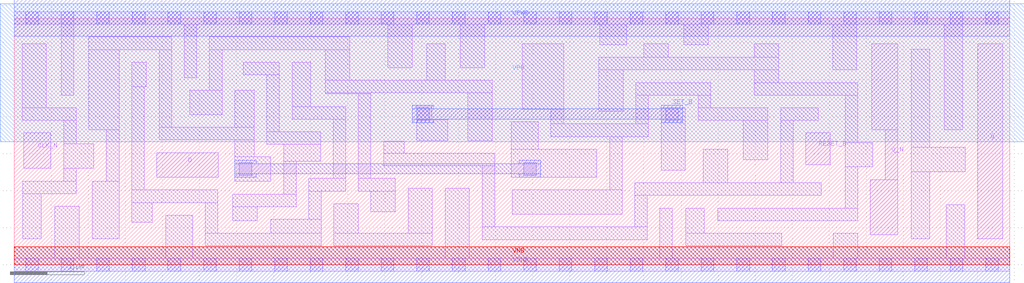
<source format=lef>
# Copyright 2020 The SkyWater PDK Authors
#
# Licensed under the Apache License, Version 2.0 (the "License");
# you may not use this file except in compliance with the License.
# You may obtain a copy of the License at
#
#     https://www.apache.org/licenses/LICENSE-2.0
#
# Unless required by applicable law or agreed to in writing, software
# distributed under the License is distributed on an "AS IS" BASIS,
# WITHOUT WARRANTIES OR CONDITIONS OF ANY KIND, either express or implied.
# See the License for the specific language governing permissions and
# limitations under the License.
#
# SPDX-License-Identifier: Apache-2.0

VERSION 5.7 ;
  NOWIREEXTENSIONATPIN ON ;
  DIVIDERCHAR "/" ;
  BUSBITCHARS "[]" ;
MACRO sky130_fd_sc_ms__dfbbn_1
  CLASS CORE ;
  FOREIGN sky130_fd_sc_ms__dfbbn_1 ;
  ORIGIN  0.000000  0.000000 ;
  SIZE  13.44000 BY  3.330000 ;
  SYMMETRY X Y ;
  SITE unit ;
  PIN D
    ANTENNAGATEAREA  0.138600 ;
    DIRECTION INPUT ;
    USE SIGNAL ;
    PORT
      LAYER li1 ;
        RECT 1.925000 1.180000 2.755000 1.510000 ;
    END
  END D
  PIN Q
    ANTENNADIFFAREA  0.502200 ;
    DIRECTION OUTPUT ;
    USE SIGNAL ;
    PORT
      LAYER li1 ;
        RECT 13.005000 0.350000 13.340000 2.980000 ;
    END
  END Q
  PIN Q_N
    ANTENNADIFFAREA  0.496600 ;
    DIRECTION OUTPUT ;
    USE SIGNAL ;
    PORT
      LAYER li1 ;
        RECT 11.555000 0.405000 11.925000 1.150000 ;
        RECT 11.575000 1.820000 11.925000 2.980000 ;
        RECT 11.755000 1.150000 11.925000 1.820000 ;
    END
  END Q_N
  PIN RESET_B
    ANTENNAGATEAREA  0.178200 ;
    DIRECTION INPUT ;
    USE SIGNAL ;
    PORT
      LAYER li1 ;
        RECT 10.685000 1.350000 11.015000 1.780000 ;
    END
  END RESET_B
  PIN SET_B
    ANTENNAGATEAREA  0.524700 ;
    DIRECTION INPUT ;
    USE SIGNAL ;
    PORT
      LAYER met1 ;
        RECT 5.375000 1.920000 5.665000 1.965000 ;
        RECT 5.375000 1.965000 9.025000 2.105000 ;
        RECT 5.375000 2.105000 5.665000 2.150000 ;
        RECT 8.735000 1.920000 9.025000 1.965000 ;
        RECT 8.735000 2.105000 9.025000 2.150000 ;
    END
  END SET_B
  PIN CLK_N
    ANTENNAGATEAREA  0.312600 ;
    DIRECTION INPUT ;
    USE CLOCK ;
    PORT
      LAYER li1 ;
        RECT 0.125000 1.300000 0.495000 1.780000 ;
    END
  END CLK_N
  PIN VGND
    DIRECTION INOUT ;
    USE GROUND ;
    PORT
      LAYER met1 ;
        RECT 0.000000 -0.245000 13.440000 0.245000 ;
    END
  END VGND
  PIN VNB
    DIRECTION INOUT ;
    USE GROUND ;
    PORT
      LAYER pwell ;
        RECT 0.000000 0.000000 13.440000 0.245000 ;
    END
  END VNB
  PIN VPB
    DIRECTION INOUT ;
    USE POWER ;
    PORT
      LAYER nwell ;
        RECT -0.190000 1.660000 13.630000 3.520000 ;
    END
  END VPB
  PIN VPWR
    DIRECTION INOUT ;
    USE POWER ;
    PORT
      LAYER met1 ;
        RECT 0.000000 3.085000 13.440000 3.575000 ;
    END
  END VPWR
  OBS
    LAYER li1 ;
      RECT  0.000000 -0.085000 13.440000 0.085000 ;
      RECT  0.000000  3.245000 13.440000 3.415000 ;
      RECT  0.105000  1.950000  0.835000 2.120000 ;
      RECT  0.105000  2.120000  0.435000 2.980000 ;
      RECT  0.115000  0.350000  0.365000 0.960000 ;
      RECT  0.115000  0.960000  0.835000 1.130000 ;
      RECT  0.545000  0.085000  0.875000 0.790000 ;
      RECT  0.635000  2.290000  0.805000 3.245000 ;
      RECT  0.665000  1.130000  0.835000 1.300000 ;
      RECT  0.665000  1.300000  1.075000 1.630000 ;
      RECT  0.665000  1.630000  0.835000 1.950000 ;
      RECT  1.005000  1.820000  1.415000 2.905000 ;
      RECT  1.005000  2.905000  2.125000 3.075000 ;
      RECT  1.055000  0.350000  1.415000 1.130000 ;
      RECT  1.245000  1.130000  1.415000 1.820000 ;
      RECT  1.585000  0.575000  1.865000 0.840000 ;
      RECT  1.585000  0.840000  2.750000 1.010000 ;
      RECT  1.585000  1.010000  1.755000 2.405000 ;
      RECT  1.585000  2.405000  1.785000 2.735000 ;
      RECT  1.955000  1.685000  3.240000 1.855000 ;
      RECT  1.955000  1.855000  2.125000 2.905000 ;
      RECT  2.045000  0.085000  2.410000 0.670000 ;
      RECT  2.295000  2.525000  2.465000 3.245000 ;
      RECT  2.370000  2.025000  2.805000 2.355000 ;
      RECT  2.580000  0.255000  4.145000 0.425000 ;
      RECT  2.580000  0.425000  2.750000 0.840000 ;
      RECT  2.635000  2.355000  2.805000 2.905000 ;
      RECT  2.635000  2.905000  4.530000 3.075000 ;
      RECT  2.950000  0.595000  3.280000 0.785000 ;
      RECT  2.950000  0.785000  3.805000 0.955000 ;
      RECT  2.975000  1.125000  3.465000 1.455000 ;
      RECT  2.975000  1.455000  3.240000 1.685000 ;
      RECT  2.975000  1.855000  3.240000 2.355000 ;
      RECT  3.090000  2.565000  3.580000 2.735000 ;
      RECT  3.410000  1.625000  4.135000 1.795000 ;
      RECT  3.410000  1.795000  3.580000 2.565000 ;
      RECT  3.460000  0.425000  4.145000 0.615000 ;
      RECT  3.635000  0.955000  3.805000 1.395000 ;
      RECT  3.635000  1.395000  4.135000 1.625000 ;
      RECT  3.750000  1.965000  4.475000 2.135000 ;
      RECT  3.750000  2.135000  4.000000 2.735000 ;
      RECT  3.975000  0.615000  4.145000 0.995000 ;
      RECT  3.975000  0.995000  4.475000 1.165000 ;
      RECT  4.200000  2.305000  4.815000 2.320000 ;
      RECT  4.200000  2.320000  6.450000 2.490000 ;
      RECT  4.200000  2.490000  4.530000 2.905000 ;
      RECT  4.305000  1.165000  4.475000 1.965000 ;
      RECT  4.315000  0.255000  5.645000 0.425000 ;
      RECT  4.315000  0.425000  4.645000 0.825000 ;
      RECT  4.645000  0.995000  5.145000 1.165000 ;
      RECT  4.645000  1.165000  4.815000 2.305000 ;
      RECT  4.815000  0.715000  5.145000 0.995000 ;
      RECT  4.985000  1.335000  6.485000 1.505000 ;
      RECT  4.985000  1.505000  5.265000 1.665000 ;
      RECT  5.040000  2.660000  5.370000 3.245000 ;
      RECT  5.315000  0.425000  5.645000 1.035000 ;
      RECT  5.435000  1.675000  5.850000 1.960000 ;
      RECT  5.435000  1.960000  5.635000 2.150000 ;
      RECT  5.570000  2.490000  5.820000 2.980000 ;
      RECT  5.815000  0.085000  6.145000 1.035000 ;
      RECT  6.020000  2.660000  6.350000 3.245000 ;
      RECT  6.120000  1.675000  6.450000 2.320000 ;
      RECT  6.315000  0.340000  8.545000 0.510000 ;
      RECT  6.315000  0.510000  6.485000 1.335000 ;
      RECT  6.710000  1.180000  7.865000 1.560000 ;
      RECT  6.710000  1.560000  7.075000 1.930000 ;
      RECT  6.720000  0.680000  8.205000 1.010000 ;
      RECT  6.860000  2.100000  7.415000 2.980000 ;
      RECT  7.245000  1.730000  8.560000 1.900000 ;
      RECT  7.245000  1.900000  7.415000 2.100000 ;
      RECT  7.890000  2.070000  8.220000 2.630000 ;
      RECT  7.890000  2.630000 10.320000 2.800000 ;
      RECT  7.905000  2.970000  8.270000 3.245000 ;
      RECT  8.035000  1.010000  8.205000 1.730000 ;
      RECT  8.375000  0.510000  8.545000 0.935000 ;
      RECT  8.375000  0.935000 10.890000 1.105000 ;
      RECT  8.390000  1.900000  8.560000 2.290000 ;
      RECT  8.390000  2.290000  9.400000 2.460000 ;
      RECT  8.500000  2.800000  8.830000 2.980000 ;
      RECT  8.715000  0.085000  8.885000 0.765000 ;
      RECT  8.730000  1.275000  9.060000 2.120000 ;
      RECT  9.035000  2.970000  9.365000 3.245000 ;
      RECT  9.065000  0.255000 10.360000 0.425000 ;
      RECT  9.065000  0.425000  9.315000 0.765000 ;
      RECT  9.230000  1.950000 10.170000 2.120000 ;
      RECT  9.230000  2.120000  9.400000 2.290000 ;
      RECT  9.300000  1.105000  9.630000 1.560000 ;
      RECT  9.495000  0.595000 11.385000 0.765000 ;
      RECT  9.840000  1.420000 10.170000 1.950000 ;
      RECT  9.990000  2.290000 11.385000 2.460000 ;
      RECT  9.990000  2.460000 10.320000 2.630000 ;
      RECT  9.990000  2.800000 10.320000 2.980000 ;
      RECT 10.345000  1.105000 10.515000 1.950000 ;
      RECT 10.345000  1.950000 10.850000 2.120000 ;
      RECT 11.045000  2.630000 11.375000 3.245000 ;
      RECT 11.055000  0.085000 11.385000 0.425000 ;
      RECT 11.215000  0.765000 11.385000 1.320000 ;
      RECT 11.215000  1.320000 11.585000 1.650000 ;
      RECT 11.215000  1.650000 11.385000 2.290000 ;
      RECT 12.110000  0.350000 12.360000 1.255000 ;
      RECT 12.110000  1.255000 12.835000 1.585000 ;
      RECT 12.110000  1.585000 12.360000 2.910000 ;
      RECT 12.555000  1.820000 12.805000 3.245000 ;
      RECT 12.580000  0.085000 12.830000 0.810000 ;
    LAYER mcon ;
      RECT  0.155000 -0.085000  0.325000 0.085000 ;
      RECT  0.155000  3.245000  0.325000 3.415000 ;
      RECT  0.635000 -0.085000  0.805000 0.085000 ;
      RECT  0.635000  3.245000  0.805000 3.415000 ;
      RECT  1.115000 -0.085000  1.285000 0.085000 ;
      RECT  1.115000  3.245000  1.285000 3.415000 ;
      RECT  1.595000 -0.085000  1.765000 0.085000 ;
      RECT  1.595000  3.245000  1.765000 3.415000 ;
      RECT  2.075000 -0.085000  2.245000 0.085000 ;
      RECT  2.075000  3.245000  2.245000 3.415000 ;
      RECT  2.555000 -0.085000  2.725000 0.085000 ;
      RECT  2.555000  3.245000  2.725000 3.415000 ;
      RECT  3.035000 -0.085000  3.205000 0.085000 ;
      RECT  3.035000  1.210000  3.205000 1.380000 ;
      RECT  3.035000  3.245000  3.205000 3.415000 ;
      RECT  3.515000 -0.085000  3.685000 0.085000 ;
      RECT  3.515000  3.245000  3.685000 3.415000 ;
      RECT  3.995000 -0.085000  4.165000 0.085000 ;
      RECT  3.995000  3.245000  4.165000 3.415000 ;
      RECT  4.475000 -0.085000  4.645000 0.085000 ;
      RECT  4.475000  3.245000  4.645000 3.415000 ;
      RECT  4.955000 -0.085000  5.125000 0.085000 ;
      RECT  4.955000  3.245000  5.125000 3.415000 ;
      RECT  5.435000 -0.085000  5.605000 0.085000 ;
      RECT  5.435000  1.950000  5.605000 2.120000 ;
      RECT  5.435000  3.245000  5.605000 3.415000 ;
      RECT  5.915000 -0.085000  6.085000 0.085000 ;
      RECT  5.915000  3.245000  6.085000 3.415000 ;
      RECT  6.395000 -0.085000  6.565000 0.085000 ;
      RECT  6.395000  3.245000  6.565000 3.415000 ;
      RECT  6.875000 -0.085000  7.045000 0.085000 ;
      RECT  6.875000  1.210000  7.045000 1.380000 ;
      RECT  6.875000  3.245000  7.045000 3.415000 ;
      RECT  7.355000 -0.085000  7.525000 0.085000 ;
      RECT  7.355000  3.245000  7.525000 3.415000 ;
      RECT  7.835000 -0.085000  8.005000 0.085000 ;
      RECT  7.835000  3.245000  8.005000 3.415000 ;
      RECT  8.315000 -0.085000  8.485000 0.085000 ;
      RECT  8.315000  3.245000  8.485000 3.415000 ;
      RECT  8.795000 -0.085000  8.965000 0.085000 ;
      RECT  8.795000  1.950000  8.965000 2.120000 ;
      RECT  8.795000  3.245000  8.965000 3.415000 ;
      RECT  9.275000 -0.085000  9.445000 0.085000 ;
      RECT  9.275000  3.245000  9.445000 3.415000 ;
      RECT  9.755000 -0.085000  9.925000 0.085000 ;
      RECT  9.755000  3.245000  9.925000 3.415000 ;
      RECT 10.235000 -0.085000 10.405000 0.085000 ;
      RECT 10.235000  3.245000 10.405000 3.415000 ;
      RECT 10.715000 -0.085000 10.885000 0.085000 ;
      RECT 10.715000  3.245000 10.885000 3.415000 ;
      RECT 11.195000 -0.085000 11.365000 0.085000 ;
      RECT 11.195000  3.245000 11.365000 3.415000 ;
      RECT 11.675000 -0.085000 11.845000 0.085000 ;
      RECT 11.675000  3.245000 11.845000 3.415000 ;
      RECT 12.155000 -0.085000 12.325000 0.085000 ;
      RECT 12.155000  3.245000 12.325000 3.415000 ;
      RECT 12.635000 -0.085000 12.805000 0.085000 ;
      RECT 12.635000  3.245000 12.805000 3.415000 ;
      RECT 13.115000 -0.085000 13.285000 0.085000 ;
      RECT 13.115000  3.245000 13.285000 3.415000 ;
    LAYER met1 ;
      RECT 2.975000 1.180000 3.265000 1.225000 ;
      RECT 2.975000 1.225000 7.105000 1.365000 ;
      RECT 2.975000 1.365000 3.265000 1.410000 ;
      RECT 6.815000 1.180000 7.105000 1.225000 ;
      RECT 6.815000 1.365000 7.105000 1.410000 ;
  END
END sky130_fd_sc_ms__dfbbn_1
END LIBRARY

</source>
